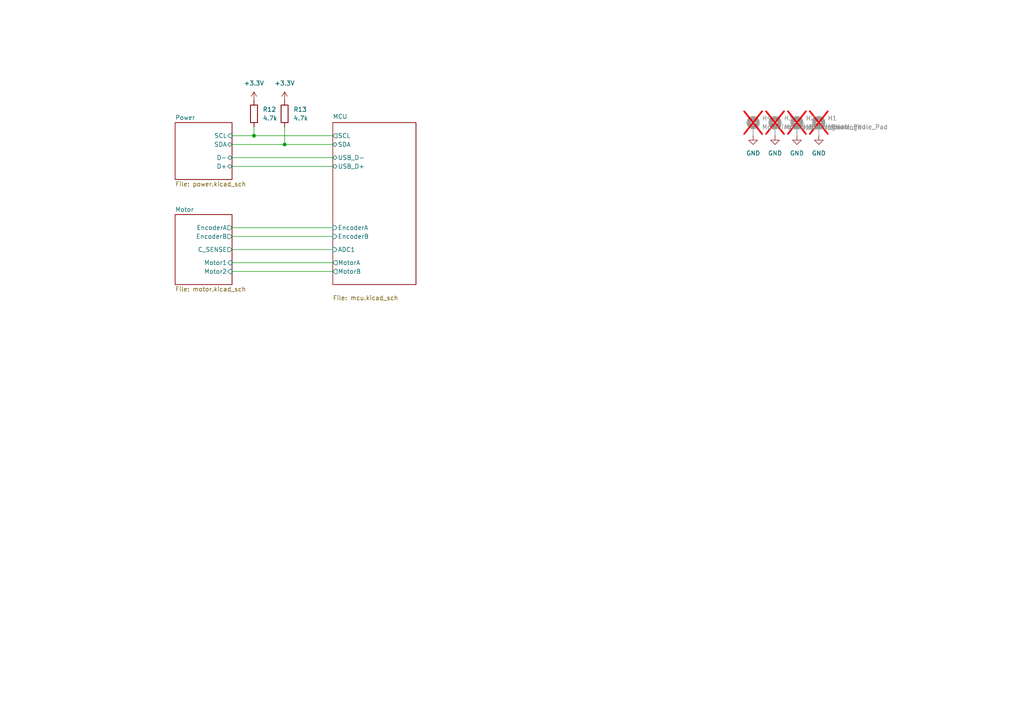
<source format=kicad_sch>
(kicad_sch
	(version 20231120)
	(generator "eeschema")
	(generator_version "8.0")
	(uuid "a9e9e47c-fdf9-4a91-a194-c26e8c34c5a5")
	(paper "A4")
	(lib_symbols
		(symbol "Device:R"
			(pin_numbers hide)
			(pin_names
				(offset 0)
			)
			(exclude_from_sim no)
			(in_bom yes)
			(on_board yes)
			(property "Reference" "R"
				(at 2.032 0 90)
				(effects
					(font
						(size 1.27 1.27)
					)
				)
			)
			(property "Value" "R"
				(at 0 0 90)
				(effects
					(font
						(size 1.27 1.27)
					)
				)
			)
			(property "Footprint" ""
				(at -1.778 0 90)
				(effects
					(font
						(size 1.27 1.27)
					)
					(hide yes)
				)
			)
			(property "Datasheet" "~"
				(at 0 0 0)
				(effects
					(font
						(size 1.27 1.27)
					)
					(hide yes)
				)
			)
			(property "Description" "Resistor"
				(at 0 0 0)
				(effects
					(font
						(size 1.27 1.27)
					)
					(hide yes)
				)
			)
			(property "ki_keywords" "R res resistor"
				(at 0 0 0)
				(effects
					(font
						(size 1.27 1.27)
					)
					(hide yes)
				)
			)
			(property "ki_fp_filters" "R_*"
				(at 0 0 0)
				(effects
					(font
						(size 1.27 1.27)
					)
					(hide yes)
				)
			)
			(symbol "R_0_1"
				(rectangle
					(start -1.016 -2.54)
					(end 1.016 2.54)
					(stroke
						(width 0.254)
						(type default)
					)
					(fill
						(type none)
					)
				)
			)
			(symbol "R_1_1"
				(pin passive line
					(at 0 3.81 270)
					(length 1.27)
					(name "~"
						(effects
							(font
								(size 1.27 1.27)
							)
						)
					)
					(number "1"
						(effects
							(font
								(size 1.27 1.27)
							)
						)
					)
				)
				(pin passive line
					(at 0 -3.81 90)
					(length 1.27)
					(name "~"
						(effects
							(font
								(size 1.27 1.27)
							)
						)
					)
					(number "2"
						(effects
							(font
								(size 1.27 1.27)
							)
						)
					)
				)
			)
		)
		(symbol "Mechanical:MountingHole_Pad"
			(pin_numbers hide)
			(pin_names
				(offset 1.016) hide)
			(exclude_from_sim yes)
			(in_bom no)
			(on_board yes)
			(property "Reference" "H"
				(at 0 6.35 0)
				(effects
					(font
						(size 1.27 1.27)
					)
				)
			)
			(property "Value" "MountingHole_Pad"
				(at 0 4.445 0)
				(effects
					(font
						(size 1.27 1.27)
					)
				)
			)
			(property "Footprint" ""
				(at 0 0 0)
				(effects
					(font
						(size 1.27 1.27)
					)
					(hide yes)
				)
			)
			(property "Datasheet" "~"
				(at 0 0 0)
				(effects
					(font
						(size 1.27 1.27)
					)
					(hide yes)
				)
			)
			(property "Description" "Mounting Hole with connection"
				(at 0 0 0)
				(effects
					(font
						(size 1.27 1.27)
					)
					(hide yes)
				)
			)
			(property "ki_keywords" "mounting hole"
				(at 0 0 0)
				(effects
					(font
						(size 1.27 1.27)
					)
					(hide yes)
				)
			)
			(property "ki_fp_filters" "MountingHole*Pad*"
				(at 0 0 0)
				(effects
					(font
						(size 1.27 1.27)
					)
					(hide yes)
				)
			)
			(symbol "MountingHole_Pad_0_1"
				(circle
					(center 0 1.27)
					(radius 1.27)
					(stroke
						(width 1.27)
						(type default)
					)
					(fill
						(type none)
					)
				)
			)
			(symbol "MountingHole_Pad_1_1"
				(pin input line
					(at 0 -2.54 90)
					(length 2.54)
					(name "1"
						(effects
							(font
								(size 1.27 1.27)
							)
						)
					)
					(number "1"
						(effects
							(font
								(size 1.27 1.27)
							)
						)
					)
				)
			)
		)
		(symbol "power:+3.3V"
			(power)
			(pin_numbers hide)
			(pin_names
				(offset 0) hide)
			(exclude_from_sim no)
			(in_bom yes)
			(on_board yes)
			(property "Reference" "#PWR"
				(at 0 -3.81 0)
				(effects
					(font
						(size 1.27 1.27)
					)
					(hide yes)
				)
			)
			(property "Value" "+3.3V"
				(at 0 3.556 0)
				(effects
					(font
						(size 1.27 1.27)
					)
				)
			)
			(property "Footprint" ""
				(at 0 0 0)
				(effects
					(font
						(size 1.27 1.27)
					)
					(hide yes)
				)
			)
			(property "Datasheet" ""
				(at 0 0 0)
				(effects
					(font
						(size 1.27 1.27)
					)
					(hide yes)
				)
			)
			(property "Description" "Power symbol creates a global label with name \"+3.3V\""
				(at 0 0 0)
				(effects
					(font
						(size 1.27 1.27)
					)
					(hide yes)
				)
			)
			(property "ki_keywords" "global power"
				(at 0 0 0)
				(effects
					(font
						(size 1.27 1.27)
					)
					(hide yes)
				)
			)
			(symbol "+3.3V_0_1"
				(polyline
					(pts
						(xy -0.762 1.27) (xy 0 2.54)
					)
					(stroke
						(width 0)
						(type default)
					)
					(fill
						(type none)
					)
				)
				(polyline
					(pts
						(xy 0 0) (xy 0 2.54)
					)
					(stroke
						(width 0)
						(type default)
					)
					(fill
						(type none)
					)
				)
				(polyline
					(pts
						(xy 0 2.54) (xy 0.762 1.27)
					)
					(stroke
						(width 0)
						(type default)
					)
					(fill
						(type none)
					)
				)
			)
			(symbol "+3.3V_1_1"
				(pin power_in line
					(at 0 0 90)
					(length 0)
					(name "~"
						(effects
							(font
								(size 1.27 1.27)
							)
						)
					)
					(number "1"
						(effects
							(font
								(size 1.27 1.27)
							)
						)
					)
				)
			)
		)
		(symbol "power:GND"
			(power)
			(pin_numbers hide)
			(pin_names
				(offset 0) hide)
			(exclude_from_sim no)
			(in_bom yes)
			(on_board yes)
			(property "Reference" "#PWR"
				(at 0 -6.35 0)
				(effects
					(font
						(size 1.27 1.27)
					)
					(hide yes)
				)
			)
			(property "Value" "GND"
				(at 0 -3.81 0)
				(effects
					(font
						(size 1.27 1.27)
					)
				)
			)
			(property "Footprint" ""
				(at 0 0 0)
				(effects
					(font
						(size 1.27 1.27)
					)
					(hide yes)
				)
			)
			(property "Datasheet" ""
				(at 0 0 0)
				(effects
					(font
						(size 1.27 1.27)
					)
					(hide yes)
				)
			)
			(property "Description" "Power symbol creates a global label with name \"GND\" , ground"
				(at 0 0 0)
				(effects
					(font
						(size 1.27 1.27)
					)
					(hide yes)
				)
			)
			(property "ki_keywords" "global power"
				(at 0 0 0)
				(effects
					(font
						(size 1.27 1.27)
					)
					(hide yes)
				)
			)
			(symbol "GND_0_1"
				(polyline
					(pts
						(xy 0 0) (xy 0 -1.27) (xy 1.27 -1.27) (xy 0 -2.54) (xy -1.27 -1.27) (xy 0 -1.27)
					)
					(stroke
						(width 0)
						(type default)
					)
					(fill
						(type none)
					)
				)
			)
			(symbol "GND_1_1"
				(pin power_in line
					(at 0 0 270)
					(length 0)
					(name "~"
						(effects
							(font
								(size 1.27 1.27)
							)
						)
					)
					(number "1"
						(effects
							(font
								(size 1.27 1.27)
							)
						)
					)
				)
			)
		)
	)
	(junction
		(at 82.55 41.91)
		(diameter 0)
		(color 0 0 0 0)
		(uuid "e379c412-04f0-45c5-9471-0ae20c1ca753")
	)
	(junction
		(at 73.66 39.37)
		(diameter 0)
		(color 0 0 0 0)
		(uuid "ed932d47-813d-44e4-bf68-417c4a26da3e")
	)
	(wire
		(pts
			(xy 73.66 36.83) (xy 73.66 39.37)
		)
		(stroke
			(width 0)
			(type default)
		)
		(uuid "040ebe6c-6ed4-45e6-a515-ad1c58e22460")
	)
	(wire
		(pts
			(xy 67.31 66.04) (xy 96.52 66.04)
		)
		(stroke
			(width 0)
			(type default)
		)
		(uuid "18af157f-3b42-46ec-b1fe-ebb1b11a7b68")
	)
	(wire
		(pts
			(xy 67.31 48.26) (xy 96.52 48.26)
		)
		(stroke
			(width 0)
			(type default)
		)
		(uuid "1fe49dfa-62a5-4753-bb98-5e3caf95b3f0")
	)
	(wire
		(pts
			(xy 82.55 41.91) (xy 96.52 41.91)
		)
		(stroke
			(width 0)
			(type default)
		)
		(uuid "265eeeda-398c-4a80-8371-8d8d42a42b99")
	)
	(wire
		(pts
			(xy 67.31 76.2) (xy 96.52 76.2)
		)
		(stroke
			(width 0)
			(type default)
		)
		(uuid "34925a68-a334-4904-a220-9301540d66fa")
	)
	(wire
		(pts
			(xy 67.31 41.91) (xy 82.55 41.91)
		)
		(stroke
			(width 0)
			(type default)
		)
		(uuid "64b2560f-5040-4747-a1a0-051db065dbf1")
	)
	(wire
		(pts
			(xy 67.31 68.58) (xy 96.52 68.58)
		)
		(stroke
			(width 0)
			(type default)
		)
		(uuid "66849c89-81fe-45d0-8768-2c99c576a383")
	)
	(wire
		(pts
			(xy 67.31 39.37) (xy 73.66 39.37)
		)
		(stroke
			(width 0)
			(type default)
		)
		(uuid "67f86775-a3fd-4b28-9c8e-4132c495990c")
	)
	(wire
		(pts
			(xy 67.31 45.72) (xy 96.52 45.72)
		)
		(stroke
			(width 0)
			(type default)
		)
		(uuid "9666c6bc-3ec6-4ae6-b092-9cda24f435e9")
	)
	(wire
		(pts
			(xy 82.55 36.83) (xy 82.55 41.91)
		)
		(stroke
			(width 0)
			(type default)
		)
		(uuid "a7c0d307-7cd4-45db-a7f5-f4257568c2c0")
	)
	(wire
		(pts
			(xy 73.66 39.37) (xy 96.52 39.37)
		)
		(stroke
			(width 0)
			(type default)
		)
		(uuid "aa3473d0-8864-4b02-8624-77da813d5427")
	)
	(wire
		(pts
			(xy 67.31 72.39) (xy 96.52 72.39)
		)
		(stroke
			(width 0)
			(type default)
		)
		(uuid "c7061519-91f2-4e09-9322-283ad71f43c7")
	)
	(wire
		(pts
			(xy 67.31 78.74) (xy 96.52 78.74)
		)
		(stroke
			(width 0)
			(type default)
		)
		(uuid "fb8b7a0b-7d99-4085-99d5-88ac83b513e9")
	)
	(symbol
		(lib_id "Device:R")
		(at 82.55 33.02 180)
		(unit 1)
		(exclude_from_sim no)
		(in_bom yes)
		(on_board yes)
		(dnp no)
		(fields_autoplaced yes)
		(uuid "1e6332f3-1100-4bdb-9519-735f62bbeeaf")
		(property "Reference" "R13"
			(at 85.09 31.7499 0)
			(effects
				(font
					(size 1.27 1.27)
				)
				(justify right)
			)
		)
		(property "Value" "4.7k"
			(at 85.09 34.2899 0)
			(effects
				(font
					(size 1.27 1.27)
				)
				(justify right)
			)
		)
		(property "Footprint" "PCM_Resistor_SMD_AKL:R_0603_1608Metric"
			(at 84.328 33.02 90)
			(effects
				(font
					(size 1.27 1.27)
				)
				(hide yes)
			)
		)
		(property "Datasheet" "~"
			(at 82.55 33.02 0)
			(effects
				(font
					(size 1.27 1.27)
				)
				(hide yes)
			)
		)
		(property "Description" "Resistor"
			(at 82.55 33.02 0)
			(effects
				(font
					(size 1.27 1.27)
				)
				(hide yes)
			)
		)
		(property "LCSC Part#" "C23162"
			(at 82.55 33.02 0)
			(effects
				(font
					(size 1.27 1.27)
				)
				(hide yes)
			)
		)
		(pin "1"
			(uuid "5582acbd-0117-46f7-897a-85625ada3ff0")
		)
		(pin "2"
			(uuid "916a82a1-fca4-42b4-9a3b-4ce7d0f7e79a")
		)
		(instances
			(project "control_board"
				(path "/a9e9e47c-fdf9-4a91-a194-c26e8c34c5a5"
					(reference "R13")
					(unit 1)
				)
			)
		)
	)
	(symbol
		(lib_id "Mechanical:MountingHole_Pad")
		(at 231.14 36.83 0)
		(unit 1)
		(exclude_from_sim yes)
		(in_bom no)
		(on_board yes)
		(dnp yes)
		(fields_autoplaced yes)
		(uuid "30de1888-8909-4423-9efd-96031f0e7e8d")
		(property "Reference" "H2"
			(at 233.68 34.2899 0)
			(effects
				(font
					(size 1.27 1.27)
				)
				(justify left)
			)
		)
		(property "Value" "MountingHole_Pad"
			(at 233.68 36.8299 0)
			(effects
				(font
					(size 1.27 1.27)
				)
				(justify left)
			)
		)
		(property "Footprint" "MountingHole:MountingHole_2.2mm_M2_Pad"
			(at 231.14 36.83 0)
			(effects
				(font
					(size 1.27 1.27)
				)
				(hide yes)
			)
		)
		(property "Datasheet" "~"
			(at 231.14 36.83 0)
			(effects
				(font
					(size 1.27 1.27)
				)
				(hide yes)
			)
		)
		(property "Description" "Mounting Hole with connection"
			(at 231.14 36.83 0)
			(effects
				(font
					(size 1.27 1.27)
				)
				(hide yes)
			)
		)
		(property "LCSC Part#" ""
			(at 231.14 36.83 0)
			(effects
				(font
					(size 1.27 1.27)
				)
				(hide yes)
			)
		)
		(pin "1"
			(uuid "82690602-1760-4ae6-a339-df392caec91d")
		)
		(instances
			(project "control_board"
				(path "/a9e9e47c-fdf9-4a91-a194-c26e8c34c5a5"
					(reference "H2")
					(unit 1)
				)
			)
		)
	)
	(symbol
		(lib_id "power:GND")
		(at 237.49 39.37 0)
		(unit 1)
		(exclude_from_sim no)
		(in_bom yes)
		(on_board yes)
		(dnp no)
		(fields_autoplaced yes)
		(uuid "370fe14f-122b-4524-95be-1a5ba6d96ed9")
		(property "Reference" "#PWR068"
			(at 237.49 45.72 0)
			(effects
				(font
					(size 1.27 1.27)
				)
				(hide yes)
			)
		)
		(property "Value" "GND"
			(at 237.49 44.45 0)
			(effects
				(font
					(size 1.27 1.27)
				)
			)
		)
		(property "Footprint" ""
			(at 237.49 39.37 0)
			(effects
				(font
					(size 1.27 1.27)
				)
				(hide yes)
			)
		)
		(property "Datasheet" ""
			(at 237.49 39.37 0)
			(effects
				(font
					(size 1.27 1.27)
				)
				(hide yes)
			)
		)
		(property "Description" "Power symbol creates a global label with name \"GND\" , ground"
			(at 237.49 39.37 0)
			(effects
				(font
					(size 1.27 1.27)
				)
				(hide yes)
			)
		)
		(pin "1"
			(uuid "e9e96592-d0a6-4cc2-9abd-b0a0c128c631")
		)
		(instances
			(project "control_board"
				(path "/a9e9e47c-fdf9-4a91-a194-c26e8c34c5a5"
					(reference "#PWR068")
					(unit 1)
				)
			)
		)
	)
	(symbol
		(lib_id "Mechanical:MountingHole_Pad")
		(at 218.44 36.83 0)
		(unit 1)
		(exclude_from_sim yes)
		(in_bom no)
		(on_board yes)
		(dnp yes)
		(fields_autoplaced yes)
		(uuid "64931b6e-2c36-4efb-b493-2109aabe5315")
		(property "Reference" "H4"
			(at 220.98 34.2899 0)
			(effects
				(font
					(size 1.27 1.27)
				)
				(justify left)
			)
		)
		(property "Value" "MountingHole_Pad"
			(at 220.98 36.8299 0)
			(effects
				(font
					(size 1.27 1.27)
				)
				(justify left)
			)
		)
		(property "Footprint" "MountingHole:MountingHole_2.2mm_M2_Pad"
			(at 218.44 36.83 0)
			(effects
				(font
					(size 1.27 1.27)
				)
				(hide yes)
			)
		)
		(property "Datasheet" "~"
			(at 218.44 36.83 0)
			(effects
				(font
					(size 1.27 1.27)
				)
				(hide yes)
			)
		)
		(property "Description" "Mounting Hole with connection"
			(at 218.44 36.83 0)
			(effects
				(font
					(size 1.27 1.27)
				)
				(hide yes)
			)
		)
		(property "LCSC Part#" ""
			(at 218.44 36.83 0)
			(effects
				(font
					(size 1.27 1.27)
				)
				(hide yes)
			)
		)
		(pin "1"
			(uuid "5b463e99-378c-4d64-94b5-04185a46ba0f")
		)
		(instances
			(project "control_board"
				(path "/a9e9e47c-fdf9-4a91-a194-c26e8c34c5a5"
					(reference "H4")
					(unit 1)
				)
			)
		)
	)
	(symbol
		(lib_id "power:GND")
		(at 231.14 39.37 0)
		(unit 1)
		(exclude_from_sim no)
		(in_bom yes)
		(on_board yes)
		(dnp no)
		(fields_autoplaced yes)
		(uuid "6e9e4dde-2277-4478-8964-cff2cbe8ee3c")
		(property "Reference" "#PWR069"
			(at 231.14 45.72 0)
			(effects
				(font
					(size 1.27 1.27)
				)
				(hide yes)
			)
		)
		(property "Value" "GND"
			(at 231.14 44.45 0)
			(effects
				(font
					(size 1.27 1.27)
				)
			)
		)
		(property "Footprint" ""
			(at 231.14 39.37 0)
			(effects
				(font
					(size 1.27 1.27)
				)
				(hide yes)
			)
		)
		(property "Datasheet" ""
			(at 231.14 39.37 0)
			(effects
				(font
					(size 1.27 1.27)
				)
				(hide yes)
			)
		)
		(property "Description" "Power symbol creates a global label with name \"GND\" , ground"
			(at 231.14 39.37 0)
			(effects
				(font
					(size 1.27 1.27)
				)
				(hide yes)
			)
		)
		(pin "1"
			(uuid "f1d1372f-38f9-4a5e-98be-40441dbe24a1")
		)
		(instances
			(project "control_board"
				(path "/a9e9e47c-fdf9-4a91-a194-c26e8c34c5a5"
					(reference "#PWR069")
					(unit 1)
				)
			)
		)
	)
	(symbol
		(lib_id "Device:R")
		(at 73.66 33.02 180)
		(unit 1)
		(exclude_from_sim no)
		(in_bom yes)
		(on_board yes)
		(dnp no)
		(fields_autoplaced yes)
		(uuid "703ac255-0da8-4cb7-a36b-7f0bb0541be0")
		(property "Reference" "R12"
			(at 76.2 31.7499 0)
			(effects
				(font
					(size 1.27 1.27)
				)
				(justify right)
			)
		)
		(property "Value" "4.7k"
			(at 76.2 34.2899 0)
			(effects
				(font
					(size 1.27 1.27)
				)
				(justify right)
			)
		)
		(property "Footprint" "PCM_Resistor_SMD_AKL:R_0603_1608Metric"
			(at 75.438 33.02 90)
			(effects
				(font
					(size 1.27 1.27)
				)
				(hide yes)
			)
		)
		(property "Datasheet" "~"
			(at 73.66 33.02 0)
			(effects
				(font
					(size 1.27 1.27)
				)
				(hide yes)
			)
		)
		(property "Description" "Resistor"
			(at 73.66 33.02 0)
			(effects
				(font
					(size 1.27 1.27)
				)
				(hide yes)
			)
		)
		(property "LCSC Part#" "C23162"
			(at 73.66 33.02 0)
			(effects
				(font
					(size 1.27 1.27)
				)
				(hide yes)
			)
		)
		(pin "1"
			(uuid "1e88b6d2-d49e-402b-b0b7-6cae7c4360b2")
		)
		(pin "2"
			(uuid "f1fc809d-d129-4460-a484-b9c6c2a4bdee")
		)
		(instances
			(project "control_board"
				(path "/a9e9e47c-fdf9-4a91-a194-c26e8c34c5a5"
					(reference "R12")
					(unit 1)
				)
			)
		)
	)
	(symbol
		(lib_id "Mechanical:MountingHole_Pad")
		(at 224.79 36.83 0)
		(unit 1)
		(exclude_from_sim yes)
		(in_bom no)
		(on_board yes)
		(dnp yes)
		(fields_autoplaced yes)
		(uuid "88530fe1-dd61-42a7-9882-4dfb8e0ed99d")
		(property "Reference" "H3"
			(at 227.33 34.2899 0)
			(effects
				(font
					(size 1.27 1.27)
				)
				(justify left)
			)
		)
		(property "Value" "MountingHole_Pad"
			(at 227.33 36.8299 0)
			(effects
				(font
					(size 1.27 1.27)
				)
				(justify left)
			)
		)
		(property "Footprint" "MountingHole:MountingHole_2.2mm_M2_Pad"
			(at 224.79 36.83 0)
			(effects
				(font
					(size 1.27 1.27)
				)
				(hide yes)
			)
		)
		(property "Datasheet" "~"
			(at 224.79 36.83 0)
			(effects
				(font
					(size 1.27 1.27)
				)
				(hide yes)
			)
		)
		(property "Description" "Mounting Hole with connection"
			(at 224.79 36.83 0)
			(effects
				(font
					(size 1.27 1.27)
				)
				(hide yes)
			)
		)
		(property "LCSC Part#" ""
			(at 224.79 36.83 0)
			(effects
				(font
					(size 1.27 1.27)
				)
				(hide yes)
			)
		)
		(pin "1"
			(uuid "38d7bab1-6bb9-4fb8-870a-f515132fd3e3")
		)
		(instances
			(project "control_board"
				(path "/a9e9e47c-fdf9-4a91-a194-c26e8c34c5a5"
					(reference "H3")
					(unit 1)
				)
			)
		)
	)
	(symbol
		(lib_id "power:+3.3V")
		(at 73.66 29.21 0)
		(unit 1)
		(exclude_from_sim no)
		(in_bom yes)
		(on_board yes)
		(dnp no)
		(fields_autoplaced yes)
		(uuid "889b45d1-7f9b-4d52-8ad0-ff34c95e3fec")
		(property "Reference" "#PWR038"
			(at 73.66 33.02 0)
			(effects
				(font
					(size 1.27 1.27)
				)
				(hide yes)
			)
		)
		(property "Value" "+3.3V"
			(at 73.66 24.13 0)
			(effects
				(font
					(size 1.27 1.27)
				)
			)
		)
		(property "Footprint" ""
			(at 73.66 29.21 0)
			(effects
				(font
					(size 1.27 1.27)
				)
				(hide yes)
			)
		)
		(property "Datasheet" ""
			(at 73.66 29.21 0)
			(effects
				(font
					(size 1.27 1.27)
				)
				(hide yes)
			)
		)
		(property "Description" "Power symbol creates a global label with name \"+3.3V\""
			(at 73.66 29.21 0)
			(effects
				(font
					(size 1.27 1.27)
				)
				(hide yes)
			)
		)
		(pin "1"
			(uuid "76b6474f-054d-496d-9662-51bb0f4e4a1a")
		)
		(instances
			(project "control_board"
				(path "/a9e9e47c-fdf9-4a91-a194-c26e8c34c5a5"
					(reference "#PWR038")
					(unit 1)
				)
			)
		)
	)
	(symbol
		(lib_id "power:+3.3V")
		(at 82.55 29.21 0)
		(unit 1)
		(exclude_from_sim no)
		(in_bom yes)
		(on_board yes)
		(dnp no)
		(fields_autoplaced yes)
		(uuid "c1e28d1a-7370-4d19-bce2-155969438bc4")
		(property "Reference" "#PWR039"
			(at 82.55 33.02 0)
			(effects
				(font
					(size 1.27 1.27)
				)
				(hide yes)
			)
		)
		(property "Value" "+3.3V"
			(at 82.55 24.13 0)
			(effects
				(font
					(size 1.27 1.27)
				)
			)
		)
		(property "Footprint" ""
			(at 82.55 29.21 0)
			(effects
				(font
					(size 1.27 1.27)
				)
				(hide yes)
			)
		)
		(property "Datasheet" ""
			(at 82.55 29.21 0)
			(effects
				(font
					(size 1.27 1.27)
				)
				(hide yes)
			)
		)
		(property "Description" "Power symbol creates a global label with name \"+3.3V\""
			(at 82.55 29.21 0)
			(effects
				(font
					(size 1.27 1.27)
				)
				(hide yes)
			)
		)
		(pin "1"
			(uuid "f8156fb1-67ac-4453-801f-1c27f50bee2c")
		)
		(instances
			(project "control_board"
				(path "/a9e9e47c-fdf9-4a91-a194-c26e8c34c5a5"
					(reference "#PWR039")
					(unit 1)
				)
			)
		)
	)
	(symbol
		(lib_id "power:GND")
		(at 224.79 39.37 0)
		(unit 1)
		(exclude_from_sim no)
		(in_bom yes)
		(on_board yes)
		(dnp no)
		(fields_autoplaced yes)
		(uuid "cd21e751-8b3f-4c33-befd-771d8afbb1e5")
		(property "Reference" "#PWR070"
			(at 224.79 45.72 0)
			(effects
				(font
					(size 1.27 1.27)
				)
				(hide yes)
			)
		)
		(property "Value" "GND"
			(at 224.79 44.45 0)
			(effects
				(font
					(size 1.27 1.27)
				)
			)
		)
		(property "Footprint" ""
			(at 224.79 39.37 0)
			(effects
				(font
					(size 1.27 1.27)
				)
				(hide yes)
			)
		)
		(property "Datasheet" ""
			(at 224.79 39.37 0)
			(effects
				(font
					(size 1.27 1.27)
				)
				(hide yes)
			)
		)
		(property "Description" "Power symbol creates a global label with name \"GND\" , ground"
			(at 224.79 39.37 0)
			(effects
				(font
					(size 1.27 1.27)
				)
				(hide yes)
			)
		)
		(pin "1"
			(uuid "16e1339d-734b-4185-8a2b-ec1c132a4383")
		)
		(instances
			(project "control_board"
				(path "/a9e9e47c-fdf9-4a91-a194-c26e8c34c5a5"
					(reference "#PWR070")
					(unit 1)
				)
			)
		)
	)
	(symbol
		(lib_id "Mechanical:MountingHole_Pad")
		(at 237.49 36.83 0)
		(unit 1)
		(exclude_from_sim yes)
		(in_bom no)
		(on_board yes)
		(dnp yes)
		(fields_autoplaced yes)
		(uuid "e1a8ba37-6c49-4602-9a06-95ac401d5a1b")
		(property "Reference" "H1"
			(at 240.03 34.2899 0)
			(effects
				(font
					(size 1.27 1.27)
				)
				(justify left)
			)
		)
		(property "Value" "MountingHole_Pad"
			(at 240.03 36.8299 0)
			(effects
				(font
					(size 1.27 1.27)
				)
				(justify left)
			)
		)
		(property "Footprint" "MountingHole:MountingHole_2.2mm_M2_Pad"
			(at 237.49 36.83 0)
			(effects
				(font
					(size 1.27 1.27)
				)
				(hide yes)
			)
		)
		(property "Datasheet" "~"
			(at 237.49 36.83 0)
			(effects
				(font
					(size 1.27 1.27)
				)
				(hide yes)
			)
		)
		(property "Description" "Mounting Hole with connection"
			(at 237.49 36.83 0)
			(effects
				(font
					(size 1.27 1.27)
				)
				(hide yes)
			)
		)
		(property "LCSC Part#" ""
			(at 237.49 36.83 0)
			(effects
				(font
					(size 1.27 1.27)
				)
				(hide yes)
			)
		)
		(pin "1"
			(uuid "b08c9876-4324-45b2-8e19-42039d8b785c")
		)
		(instances
			(project "control_board"
				(path "/a9e9e47c-fdf9-4a91-a194-c26e8c34c5a5"
					(reference "H1")
					(unit 1)
				)
			)
		)
	)
	(symbol
		(lib_id "power:GND")
		(at 218.44 39.37 0)
		(unit 1)
		(exclude_from_sim no)
		(in_bom yes)
		(on_board yes)
		(dnp no)
		(fields_autoplaced yes)
		(uuid "f40413fa-7047-4be2-9ae6-c4418326b308")
		(property "Reference" "#PWR071"
			(at 218.44 45.72 0)
			(effects
				(font
					(size 1.27 1.27)
				)
				(hide yes)
			)
		)
		(property "Value" "GND"
			(at 218.44 44.45 0)
			(effects
				(font
					(size 1.27 1.27)
				)
			)
		)
		(property "Footprint" ""
			(at 218.44 39.37 0)
			(effects
				(font
					(size 1.27 1.27)
				)
				(hide yes)
			)
		)
		(property "Datasheet" ""
			(at 218.44 39.37 0)
			(effects
				(font
					(size 1.27 1.27)
				)
				(hide yes)
			)
		)
		(property "Description" "Power symbol creates a global label with name \"GND\" , ground"
			(at 218.44 39.37 0)
			(effects
				(font
					(size 1.27 1.27)
				)
				(hide yes)
			)
		)
		(pin "1"
			(uuid "b55ef732-bba1-4412-971c-ed82e428f8c4")
		)
		(instances
			(project "control_board"
				(path "/a9e9e47c-fdf9-4a91-a194-c26e8c34c5a5"
					(reference "#PWR071")
					(unit 1)
				)
			)
		)
	)
	(sheet
		(at 96.52 35.56)
		(size 24.13 46.99)
		(stroke
			(width 0.1524)
			(type solid)
		)
		(fill
			(color 0 0 0 0.0000)
		)
		(uuid "8c528242-e59b-45e9-8093-d4d891255b9b")
		(property "Sheetname" "MCU"
			(at 96.52 34.544 0)
			(effects
				(font
					(size 1.27 1.27)
				)
				(justify left bottom)
			)
		)
		(property "Sheetfile" "mcu.kicad_sch"
			(at 96.52 85.6746 0)
			(effects
				(font
					(size 1.27 1.27)
				)
				(justify left top)
			)
		)
		(pin "SCL" output
			(at 96.52 39.37 180)
			(effects
				(font
					(size 1.27 1.27)
				)
				(justify left)
			)
			(uuid "d4c15384-9347-4be6-98e7-8b9d0841a9ab")
		)
		(pin "SDA" bidirectional
			(at 96.52 41.91 180)
			(effects
				(font
					(size 1.27 1.27)
				)
				(justify left)
			)
			(uuid "f4be4b1c-135a-44f7-8f88-828943a09112")
		)
		(pin "MotorB" output
			(at 96.52 78.74 180)
			(effects
				(font
					(size 1.27 1.27)
				)
				(justify left)
			)
			(uuid "8f254c77-849c-4795-a034-c267ff3e20c2")
		)
		(pin "USB_D+" bidirectional
			(at 96.52 48.26 180)
			(effects
				(font
					(size 1.27 1.27)
				)
				(justify left)
			)
			(uuid "a781ed05-50d1-4136-b401-f77089322076")
		)
		(pin "USB_D-" bidirectional
			(at 96.52 45.72 180)
			(effects
				(font
					(size 1.27 1.27)
				)
				(justify left)
			)
			(uuid "1e0de5fa-bdf0-4521-a19b-8de77780b1b4")
		)
		(pin "ADC1" input
			(at 96.52 72.39 180)
			(effects
				(font
					(size 1.27 1.27)
				)
				(justify left)
			)
			(uuid "638fa7bb-acc5-4a65-81d9-b76bf8737827")
		)
		(pin "EncoderB" input
			(at 96.52 68.58 180)
			(effects
				(font
					(size 1.27 1.27)
				)
				(justify left)
			)
			(uuid "86cdd18a-19f5-4a94-ba47-3a52f29410d3")
		)
		(pin "EncoderA" input
			(at 96.52 66.04 180)
			(effects
				(font
					(size 1.27 1.27)
				)
				(justify left)
			)
			(uuid "1ff59851-ad49-4620-8809-6b27ad453a75")
		)
		(pin "MotorA" output
			(at 96.52 76.2 180)
			(effects
				(font
					(size 1.27 1.27)
				)
				(justify left)
			)
			(uuid "74302392-ef34-4ed5-ae8c-4773e8c7ca54")
		)
		(instances
			(project "control_board"
				(path "/a9e9e47c-fdf9-4a91-a194-c26e8c34c5a5"
					(page "4")
				)
			)
		)
	)
	(sheet
		(at 50.8 35.56)
		(size 16.51 16.51)
		(fields_autoplaced yes)
		(stroke
			(width 0.1524)
			(type solid)
		)
		(fill
			(color 0 0 0 0.0000)
		)
		(uuid "d83254b6-a8bb-4cc0-a9c4-670210dce4dd")
		(property "Sheetname" "Power"
			(at 50.8 34.8484 0)
			(effects
				(font
					(size 1.27 1.27)
				)
				(justify left bottom)
			)
		)
		(property "Sheetfile" "power.kicad_sch"
			(at 50.8 52.6546 0)
			(effects
				(font
					(size 1.27 1.27)
				)
				(justify left top)
			)
		)
		(pin "SCL" input
			(at 67.31 39.37 0)
			(effects
				(font
					(size 1.27 1.27)
				)
				(justify right)
			)
			(uuid "126f8bba-3ced-4e72-81eb-a1f46d68dccb")
		)
		(pin "SDA" bidirectional
			(at 67.31 41.91 0)
			(effects
				(font
					(size 1.27 1.27)
				)
				(justify right)
			)
			(uuid "396daefc-5007-47c6-9267-7c9b65dfcdab")
		)
		(pin "D-" bidirectional
			(at 67.31 45.72 0)
			(effects
				(font
					(size 1.27 1.27)
				)
				(justify right)
			)
			(uuid "4163f5ac-e536-4e7d-bbd5-27a1c1dfc70d")
		)
		(pin "D+" bidirectional
			(at 67.31 48.26 0)
			(effects
				(font
					(size 1.27 1.27)
				)
				(justify right)
			)
			(uuid "acd4ab7b-b78a-400c-a1bd-6f77adbedac8")
		)
		(instances
			(project "control_board"
				(path "/a9e9e47c-fdf9-4a91-a194-c26e8c34c5a5"
					(page "2")
				)
			)
		)
	)
	(sheet
		(at 50.8 62.23)
		(size 16.51 20.32)
		(fields_autoplaced yes)
		(stroke
			(width 0.1524)
			(type solid)
		)
		(fill
			(color 0 0 0 0.0000)
		)
		(uuid "fb42fd5b-21fd-43d3-9ddb-212901e62631")
		(property "Sheetname" "Motor"
			(at 50.8 61.5184 0)
			(effects
				(font
					(size 1.27 1.27)
				)
				(justify left bottom)
			)
		)
		(property "Sheetfile" "motor.kicad_sch"
			(at 50.8 83.1346 0)
			(effects
				(font
					(size 1.27 1.27)
				)
				(justify left top)
			)
		)
		(pin "EncoderB" output
			(at 67.31 68.58 0)
			(effects
				(font
					(size 1.27 1.27)
				)
				(justify right)
			)
			(uuid "e49ea217-4c92-46aa-a333-ec5879ebf0d6")
		)
		(pin "EncoderA" output
			(at 67.31 66.04 0)
			(effects
				(font
					(size 1.27 1.27)
				)
				(justify right)
			)
			(uuid "8253500a-a9ca-49bd-8f6c-2ed62f2d9cd9")
		)
		(pin "C_SENSE" output
			(at 67.31 72.39 0)
			(effects
				(font
					(size 1.27 1.27)
				)
				(justify right)
			)
			(uuid "28a4b464-fc92-40f4-ac5a-431cf68a7925")
		)
		(pin "Motor1" input
			(at 67.31 76.2 0)
			(effects
				(font
					(size 1.27 1.27)
				)
				(justify right)
			)
			(uuid "4e845e84-08ff-46b2-9f43-01477d776419")
		)
		(pin "Motor2" input
			(at 67.31 78.74 0)
			(effects
				(font
					(size 1.27 1.27)
				)
				(justify right)
			)
			(uuid "04c9ce8c-ebba-4efb-aeff-189a196cd9a8")
		)
		(instances
			(project "control_board"
				(path "/a9e9e47c-fdf9-4a91-a194-c26e8c34c5a5"
					(page "3")
				)
			)
		)
	)
	(sheet_instances
		(path "/"
			(page "1")
		)
	)
)

</source>
